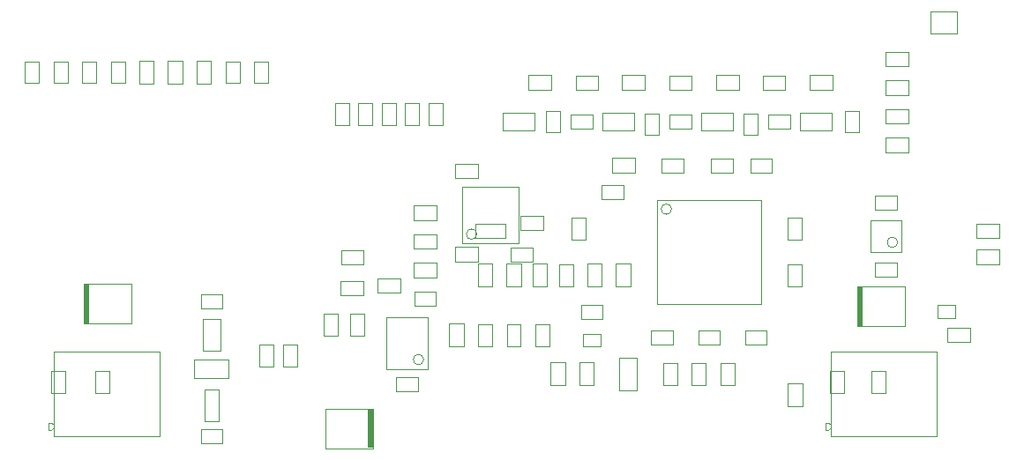
<source format=gbr>
%TF.GenerationSoftware,Altium Limited,Altium Designer,21.1.1 (26)*%
G04 Layer_Color=16711935*
%FSLAX45Y45*%
%MOMM*%
%TF.SameCoordinates,E9E44C67-710E-4D47-B277-6F884E921ACF*%
%TF.FilePolarity,Positive*%
%TF.FileFunction,Other,Mechanical_13*%
%TF.Part,Single*%
G01*
G75*
%TA.AperFunction,NonConductor*%
%ADD155C,0.10000*%
%ADD158R,0.61467X3.81000*%
D155*
X6690000Y2335000D02*
G03*
X6690000Y2335000I-50000J0D01*
G01*
X4310000Y890000D02*
G03*
X4310000Y890000I-50000J0D01*
G01*
X8860000Y2015000D02*
G03*
X8860000Y2015000I-50000J0D01*
G01*
X4820000Y2095000D02*
G03*
X4820000Y2095000I-50000J0D01*
G01*
X9173000Y4232021D02*
X9427032D01*
Y4018027D02*
Y4232021D01*
X9173000Y4018027D02*
X9427032D01*
X9173000D02*
Y4232021D01*
X4804000Y2055000D02*
X5096000D01*
X4804000Y2195000D02*
X5096000D01*
X4804000Y2055000D02*
Y2195000D01*
X5096000Y2055000D02*
Y2195000D01*
X6550000Y1425000D02*
X7550000D01*
X6550000Y2425000D02*
X7550000D01*
Y1425000D02*
Y2425000D01*
X6550000Y1425000D02*
Y2425000D01*
X5072500Y3087500D02*
Y3262500D01*
X5377500Y3087500D02*
Y3262500D01*
X5072500Y3087500D02*
X5377500D01*
X5072500Y3262500D02*
X5377500D01*
X4350000Y800000D02*
Y1300000D01*
X3950000Y800000D02*
Y1300000D01*
Y800000D02*
X4350000D01*
X3950000Y1300000D02*
X4350000D01*
X3865000Y1670000D02*
X4085000D01*
X3865000Y1530000D02*
X4085000D01*
Y1670000D01*
X3865000Y1530000D02*
Y1670000D01*
X2190001Y970001D02*
Y1280001D01*
X2360001Y970001D02*
Y1280001D01*
X2190001D02*
X2360001D01*
X2190001Y970001D02*
X2360001D01*
X2380002Y1382501D02*
Y1517501D01*
X2170002Y1382501D02*
Y1517501D01*
Y1382501D02*
X2380002D01*
X2170002Y1517501D02*
X2380002D01*
X2110001Y712501D02*
Y887501D01*
X2440001Y712501D02*
Y887501D01*
X2110001D02*
X2440001D01*
X2110001Y712501D02*
X2440001D01*
X5460000Y2130000D02*
Y2270000D01*
X5240000Y2130000D02*
Y2270000D01*
Y2130000D02*
X5460000D01*
X5240000Y2270000D02*
X5460000D01*
X8600000Y2225000D02*
X8900000D01*
X8600000Y1925000D02*
X8900000D01*
X8600000D02*
Y2225000D01*
X8900000Y1925000D02*
Y2225000D01*
X2205002Y600001D02*
X2345002D01*
X2205002Y300001D02*
X2345002D01*
X2205002D02*
Y600001D01*
X2345002Y300001D02*
Y600001D01*
X5717500Y3245000D02*
X5932500D01*
X5717500Y3105000D02*
X5932500D01*
Y3245000D01*
X5717500Y3105000D02*
Y3245000D01*
X8191300Y211100D02*
X8209126Y226088D01*
X8221992D01*
X8164999Y211100D02*
X8191276D01*
X8221992Y963786D02*
X9237992D01*
X8221992Y153790D02*
X9237992D01*
X8221992D02*
Y963786D01*
X9237992Y153790D02*
Y963786D01*
X8164999Y211100D02*
Y282472D01*
X8165007Y282481D01*
X8164991D02*
X8191285D01*
X8209126Y267484D02*
X8221992D01*
X8191300Y282500D02*
X8209126Y267484D01*
X4357500Y3145000D02*
X4492500D01*
X4357500Y3355000D02*
X4492500D01*
X4357500Y3145000D02*
Y3355000D01*
X4492500Y3145000D02*
Y3355000D01*
X5840000Y1012500D02*
Y1137500D01*
X6010000D01*
Y1012500D02*
Y1137500D01*
X5840000Y1012500D02*
X6010000D01*
X5245000Y1590000D02*
Y1810000D01*
X5105000Y1590000D02*
Y1810000D01*
X5245000D01*
X5105000Y1590000D02*
X5245000D01*
X1157500Y780000D02*
X1292500D01*
X1157500Y570000D02*
X1292500D01*
X1157500D02*
Y780000D01*
X1292500Y570000D02*
Y780000D01*
X8471500Y1209500D02*
Y1590500D01*
X8928500Y1209500D02*
Y1590500D01*
X8471500D02*
X8928500D01*
X8471500Y1209500D02*
X8928500D01*
X5145000Y1832500D02*
X5355000D01*
X5145000Y1967500D02*
X5355000D01*
X5145000Y1832500D02*
Y1967500D01*
X5355000Y1832500D02*
Y1967500D01*
X4615000Y2630000D02*
Y2770000D01*
X4835000Y2630000D02*
Y2770000D01*
X4615000Y2630000D02*
X4835000D01*
X4615000Y2770000D02*
X4835000D01*
X4680000Y2545000D02*
X5220000D01*
X4680000Y2005000D02*
X5220000D01*
Y2545000D01*
X4680000Y2005000D02*
Y2545000D01*
X4615000Y1830000D02*
Y1970000D01*
X4835000Y1830000D02*
Y1970000D01*
X4615000Y1830000D02*
X4835000D01*
X4615000Y1970000D02*
X4835000D01*
X5355000Y1810000D02*
X5495000D01*
X5355000Y1590000D02*
X5495000D01*
Y1810000D01*
X5355000Y1590000D02*
Y1810000D01*
X3828500Y34500D02*
Y415500D01*
X3371500Y34500D02*
Y415500D01*
Y34500D02*
X3828500D01*
X3371500Y415500D02*
X3828500D01*
X6190000Y595000D02*
X6360000D01*
X6190000Y905000D02*
X6360000D01*
Y595000D02*
Y905000D01*
X6190000Y595000D02*
Y905000D01*
X6432500Y3045000D02*
X6567500D01*
X6432500Y3255000D02*
X6567500D01*
X6432500Y3045000D02*
Y3255000D01*
X6567500Y3045000D02*
Y3255000D01*
X7382500Y3045000D02*
X7517500D01*
X7382500Y3255000D02*
X7517500D01*
X7382500Y3045000D02*
Y3255000D01*
X7517500Y3045000D02*
Y3255000D01*
X8357500Y3070000D02*
X8492500D01*
X8357500Y3280000D02*
X8492500D01*
X8357500Y3070000D02*
Y3280000D01*
X8492500Y3070000D02*
Y3280000D01*
X867500Y570000D02*
Y780000D01*
X732500Y570000D02*
Y780000D01*
Y570000D02*
X867500D01*
X732500Y780000D02*
X867500D01*
X8342500Y570000D02*
Y780000D01*
X8207500Y570000D02*
Y780000D01*
Y570000D02*
X8342500D01*
X8207500Y780000D02*
X8342500D01*
X8742500Y570000D02*
Y780000D01*
X8607500Y570000D02*
Y780000D01*
Y570000D02*
X8742500D01*
X8607500Y780000D02*
X8742500D01*
X5315000Y3620000D02*
X5535000D01*
X5315000Y3480000D02*
X5535000D01*
X5315000D02*
Y3620000D01*
X5535000Y3480000D02*
Y3620000D01*
X3349839Y1119280D02*
X3484839D01*
X3349839Y1329280D02*
X3484839D01*
X3349839Y1119280D02*
Y1329280D01*
X3484839Y1119280D02*
Y1329280D01*
X9560000Y1055000D02*
Y1195000D01*
X9340000Y1055000D02*
Y1195000D01*
Y1055000D02*
X9560000D01*
X9340000Y1195000D02*
X9560000D01*
X4555000Y1235000D02*
X4695000D01*
X4555000Y1015000D02*
X4695000D01*
Y1235000D01*
X4555000Y1015000D02*
Y1235000D01*
X1046500Y1234500D02*
Y1615500D01*
X1503500Y1234500D02*
Y1615500D01*
X1046500D02*
X1503500D01*
X1046500Y1234500D02*
X1503500D01*
X2817500Y3545000D02*
Y3755000D01*
X2682500Y3545000D02*
Y3755000D01*
Y3545000D02*
X2817500D01*
X2682500Y3755000D02*
X2817500D01*
X2542500Y3545000D02*
Y3755000D01*
X2407500Y3545000D02*
Y3755000D01*
Y3545000D02*
X2542500D01*
X2407500Y3755000D02*
X2542500D01*
X2130000Y3540000D02*
Y3760000D01*
X2270000Y3540000D02*
Y3760000D01*
X2130000D02*
X2270000D01*
X2130000Y3540000D02*
X2270000D01*
X1855000D02*
Y3760000D01*
X1995000Y3540000D02*
Y3760000D01*
X1855000D02*
X1995000D01*
X1855000Y3540000D02*
X1995000D01*
X1580000D02*
Y3760000D01*
X1720000Y3540000D02*
Y3760000D01*
X1580000D02*
X1720000D01*
X1580000Y3540000D02*
X1720000D01*
X1442500Y3545000D02*
Y3755000D01*
X1307500Y3545000D02*
Y3755000D01*
Y3545000D02*
X1442500D01*
X1307500Y3755000D02*
X1442500D01*
X1032500Y3545000D02*
Y3755000D01*
X1167500Y3545000D02*
Y3755000D01*
X1032500D02*
X1167500D01*
X1032500Y3545000D02*
X1167500D01*
X757500D02*
Y3755000D01*
X892500Y3545000D02*
Y3755000D01*
X757500D02*
X892500D01*
X757500Y3545000D02*
X892500D01*
X617500D02*
Y3755000D01*
X482500Y3545000D02*
Y3755000D01*
Y3545000D02*
X617500D01*
X482500Y3755000D02*
X617500D01*
X7922500Y3087500D02*
Y3262500D01*
X8227500Y3087500D02*
Y3262500D01*
X7922500Y3087500D02*
X8227500D01*
X7922500Y3262500D02*
X8227500D01*
X7832500Y3105000D02*
Y3245000D01*
X7617500Y3105000D02*
Y3245000D01*
X7832500D01*
X7617500Y3105000D02*
X7832500D01*
X6972500Y3087500D02*
Y3262500D01*
X7277500Y3087500D02*
Y3262500D01*
X6972500Y3087500D02*
X7277500D01*
X6972500Y3262500D02*
X7277500D01*
X6882500Y3105000D02*
Y3245000D01*
X6667500Y3105000D02*
Y3245000D01*
X6882500D01*
X6667500Y3105000D02*
X6882500D01*
X6022500Y3087500D02*
Y3262500D01*
X6327500Y3087500D02*
Y3262500D01*
X6022500Y3087500D02*
X6327500D01*
X6022500Y3262500D02*
X6327500D01*
X8235000Y3480000D02*
Y3620000D01*
X8015000Y3480000D02*
Y3620000D01*
Y3480000D02*
X8235000D01*
X8015000Y3620000D02*
X8235000D01*
X7570000Y3482500D02*
Y3617500D01*
X7780000Y3482500D02*
Y3617500D01*
X7570000D02*
X7780000D01*
X7570000Y3482500D02*
X7780000D01*
X7335000Y3480000D02*
Y3620000D01*
X7115000Y3480000D02*
Y3620000D01*
Y3480000D02*
X7335000D01*
X7115000Y3620000D02*
X7335000D01*
X6670000Y3482500D02*
Y3617500D01*
X6880000Y3482500D02*
Y3617500D01*
X6670000D02*
X6880000D01*
X6670000Y3482500D02*
X6880000D01*
X6435000Y3480000D02*
Y3620000D01*
X6215000Y3480000D02*
Y3620000D01*
Y3480000D02*
X6435000D01*
X6215000Y3620000D02*
X6435000D01*
X5770000Y3482500D02*
Y3617500D01*
X5980000Y3482500D02*
Y3617500D01*
X5770000D02*
X5980000D01*
X5770000Y3482500D02*
X5980000D01*
X5617500Y3070000D02*
Y3280000D01*
X5482500Y3070000D02*
Y3280000D01*
X5617500D01*
X5482500Y3070000D02*
X5617500D01*
X7807500Y1805000D02*
X7942500D01*
X7807500Y1595000D02*
X7942500D01*
Y1805000D01*
X7807500Y1595000D02*
Y1805000D01*
Y2045000D02*
X7942500D01*
X7807500Y2255000D02*
X7942500D01*
X7807500Y2045000D02*
Y2255000D01*
X7942500Y2045000D02*
Y2255000D01*
X7445000Y2682500D02*
Y2817500D01*
X7655000Y2682500D02*
Y2817500D01*
X7445000D02*
X7655000D01*
X7445000Y2682500D02*
X7655000D01*
X7280000D02*
Y2817500D01*
X7070000Y2682500D02*
Y2817500D01*
Y2682500D02*
X7280000D01*
X7070000Y2817500D02*
X7280000D01*
X6805000Y2682500D02*
Y2817500D01*
X6595000Y2682500D02*
Y2817500D01*
Y2682500D02*
X6805000D01*
X6595000Y2817500D02*
X6805000D01*
X6117280Y2685120D02*
Y2825120D01*
X6337280Y2685120D02*
Y2825120D01*
X6117280D02*
X6337280D01*
X6117280Y2685120D02*
X6337280D01*
X6230000Y2432500D02*
Y2567500D01*
X6020000Y2432500D02*
Y2567500D01*
Y2432500D02*
X6230000D01*
X6020000Y2567500D02*
X6230000D01*
X5732500Y2255000D02*
X5867500D01*
X5732500Y2045000D02*
X5867500D01*
Y2255000D01*
X5732500Y2045000D02*
Y2255000D01*
X5880000Y1590000D02*
Y1810000D01*
X6020000Y1590000D02*
Y1810000D01*
X5880000Y1590000D02*
X6020000D01*
X5880000Y1810000D02*
X6020000D01*
X5607500Y1805000D02*
X5742500D01*
X5607500Y1595000D02*
X5742500D01*
Y1805000D01*
X5607500Y1595000D02*
Y1805000D01*
X6155000Y1590000D02*
Y1810000D01*
X6295000Y1590000D02*
Y1810000D01*
X6155000Y1590000D02*
X6295000D01*
X6155000Y1810000D02*
X6295000D01*
X5820000Y1282500D02*
Y1417500D01*
X6030000Y1282500D02*
Y1417500D01*
X5820000D02*
X6030000D01*
X5820000Y1282500D02*
X6030000D01*
X8740000Y3020000D02*
X8960000D01*
X8740000Y2880000D02*
X8960000D01*
X8740000D02*
Y3020000D01*
X8960000Y2880000D02*
Y3020000D01*
X8740000Y3295000D02*
X8960000D01*
X8740000Y3155000D02*
X8960000D01*
X8740000D02*
Y3295000D01*
X8960000Y3155000D02*
Y3295000D01*
X8740000Y3570000D02*
X8960000D01*
X8740000Y3430000D02*
X8960000D01*
X8740000D02*
Y3570000D01*
X8960000Y3430000D02*
Y3570000D01*
X8740000Y3845000D02*
X8960000D01*
X8740000Y3705000D02*
X8960000D01*
X8740000D02*
Y3845000D01*
X8960000Y3705000D02*
Y3845000D01*
X9615000Y1945000D02*
X9835000D01*
X9615000Y1805000D02*
X9835000D01*
Y1945000D01*
X9615000Y1805000D02*
Y1945000D01*
Y2195000D02*
X9835000D01*
X9615000Y2055000D02*
X9835000D01*
Y2195000D01*
X9615000Y2055000D02*
Y2195000D01*
X8645000Y2332500D02*
Y2467500D01*
X8855000Y2332500D02*
Y2467500D01*
X8645000D02*
X8855000D01*
X8645000Y2332500D02*
X8855000D01*
X8645000Y1682500D02*
X8855000D01*
X8645000Y1817500D02*
X8855000D01*
Y1682500D02*
Y1817500D01*
X8645000Y1682500D02*
Y1817500D01*
X9410000Y1287500D02*
Y1412500D01*
X9240000Y1287500D02*
X9410000D01*
X9240000D02*
Y1412500D01*
X9410000D01*
X7805000Y440000D02*
Y660000D01*
X7945000Y440000D02*
Y660000D01*
X7805000Y440000D02*
X7945000D01*
X7805000Y660000D02*
X7945000D01*
X6882500Y855000D02*
X7017500D01*
X6882500Y645000D02*
X7017500D01*
Y855000D01*
X6882500Y645000D02*
Y855000D01*
X7605000Y1032500D02*
Y1167500D01*
X7395000Y1032500D02*
Y1167500D01*
Y1032500D02*
X7605000D01*
X7395000Y1167500D02*
X7605000D01*
X7155000Y1032500D02*
Y1167500D01*
X6945000Y1032500D02*
Y1167500D01*
Y1032500D02*
X7155000D01*
X6945000Y1167500D02*
X7155000D01*
X7157500Y645000D02*
X7292500D01*
X7157500Y855000D02*
X7292500D01*
X7157500Y645000D02*
Y855000D01*
X7292500Y645000D02*
Y855000D01*
X6607500D02*
X6742500D01*
X6607500Y645000D02*
X6742500D01*
Y855000D01*
X6607500Y645000D02*
Y855000D01*
X6495000Y1032500D02*
Y1167500D01*
X6705000Y1032500D02*
Y1167500D01*
X6495000D02*
X6705000D01*
X6495000Y1032500D02*
X6705000D01*
X5805000Y860000D02*
X5945000D01*
X5805000Y640000D02*
X5945000D01*
Y860000D01*
X5805000Y640000D02*
Y860000D01*
X5530000Y640000D02*
X5670000D01*
X5530000Y860000D02*
X5670000D01*
X5530000Y640000D02*
Y860000D01*
X5670000Y640000D02*
Y860000D01*
X4830000Y1810000D02*
X4970000D01*
X4830000Y1590000D02*
X4970000D01*
Y1810000D01*
X4830000Y1590000D02*
Y1810000D01*
X5517500Y1020000D02*
Y1230000D01*
X5382500Y1020000D02*
Y1230000D01*
X5517500D01*
X5382500Y1020000D02*
X5517500D01*
X5242500D02*
Y1230000D01*
X5107500Y1020000D02*
Y1230000D01*
X5242500D01*
X5107500Y1020000D02*
X5242500D01*
X4967500D02*
Y1230000D01*
X4832500Y1020000D02*
Y1230000D01*
X4967500D01*
X4832500Y1020000D02*
X4967500D01*
X4215000Y2230000D02*
X4435000D01*
X4215000Y2370000D02*
X4435000D01*
Y2230000D02*
Y2370000D01*
X4215000Y2230000D02*
Y2370000D01*
Y1955000D02*
X4435000D01*
X4215000Y2095000D02*
X4435000D01*
Y1955000D02*
Y2095000D01*
X4215000Y1955000D02*
Y2095000D01*
Y1820000D02*
X4435000D01*
X4215000Y1680000D02*
X4435000D01*
X4215000D02*
Y1820000D01*
X4435000Y1680000D02*
Y1820000D01*
X4220000Y1542500D02*
X4430000D01*
X4220000Y1407500D02*
X4430000D01*
X4220000D02*
Y1542500D01*
X4430000Y1407500D02*
Y1542500D01*
X4255000Y582500D02*
Y717500D01*
X4045000Y582500D02*
Y717500D01*
Y582500D02*
X4255000D01*
X4045000Y717500D02*
X4255000D01*
X3520000Y1942500D02*
X3730000D01*
X3520000Y1807500D02*
X3730000D01*
X3520000D02*
Y1942500D01*
X3730000Y1807500D02*
Y1942500D01*
X3515000Y1645000D02*
X3735000D01*
X3515000Y1505000D02*
X3735000D01*
X3515000D02*
Y1645000D01*
X3735000Y1505000D02*
Y1645000D01*
X3742500Y1120000D02*
Y1330000D01*
X3607500Y1120000D02*
Y1330000D01*
X3742500D01*
X3607500Y1120000D02*
X3742500D01*
X2957500Y1030000D02*
X3092500D01*
X2957500Y820000D02*
X3092500D01*
Y1030000D01*
X2957500Y820000D02*
Y1030000D01*
X2732500D02*
X2867500D01*
X2732500Y820000D02*
X2867500D01*
Y1030000D01*
X2732500Y820000D02*
Y1030000D01*
X2170002Y82501D02*
X2380002D01*
X2170002Y217501D02*
X2380002D01*
Y82501D02*
Y217501D01*
X2170002Y82501D02*
Y217501D01*
X4267500Y3145000D02*
Y3355000D01*
X4132500Y3145000D02*
Y3355000D01*
X4267500D01*
X4132500Y3145000D02*
X4267500D01*
X4042500D02*
Y3355000D01*
X3907500Y3145000D02*
Y3355000D01*
X4042500D01*
X3907500Y3145000D02*
X4042500D01*
X3817476Y3144999D02*
Y3354999D01*
X3682476Y3144999D02*
Y3354999D01*
X3817476D01*
X3682476Y3144999D02*
X3817476D01*
X3592500Y3145000D02*
Y3355000D01*
X3457500Y3145000D02*
Y3355000D01*
X3592500D01*
X3457500Y3145000D02*
X3592500D01*
X731300Y282500D02*
X749125Y267484D01*
X761992D01*
X704990Y282481D02*
X731284D01*
X704998Y282472D02*
X705006Y282481D01*
X704998Y211100D02*
Y282472D01*
X1777992Y153790D02*
Y963786D01*
X761992Y153790D02*
Y963786D01*
Y153790D02*
X1777992D01*
X761992Y963786D02*
X1777992D01*
X704998Y211100D02*
X731276D01*
X749125Y226088D02*
X761992D01*
X731300Y211100D02*
X749125Y226088D01*
D158*
X8502230Y1400003D02*
D03*
X3797761Y224994D02*
D03*
X1077213Y1425020D02*
D03*
%TF.MD5,a8f284e7263024f467ebbacfa5265907*%
M02*

</source>
